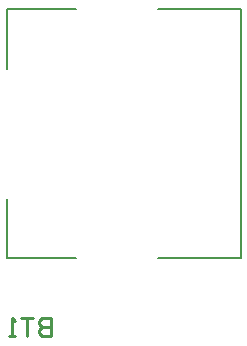
<source format=gbr>
G04*
G04 #@! TF.GenerationSoftware,Altium Limited,Altium Designer,24.0.1 (36)*
G04*
G04 Layer_Color=32896*
%FSLAX25Y25*%
%MOIN*%
G70*
G04*
G04 #@! TF.SameCoordinates,A2E01C4A-C41F-4235-85C4-DC12FCC8AE1E*
G04*
G04*
G04 #@! TF.FilePolarity,Positive*
G04*
G01*
G75*
%ADD10C,0.00500*%
%ADD15C,0.01000*%
D10*
X206189Y455035D02*
X229221D01*
X206189Y435153D02*
Y455035D01*
Y371965D02*
Y391846D01*
Y371965D02*
X229221D01*
X256780Y455035D02*
X284142D01*
Y371965D02*
Y455035D01*
X256780Y371965D02*
X284142D01*
D15*
X220998Y351999D02*
Y346001D01*
X217999D01*
X216999Y347001D01*
Y348000D01*
X217999Y349000D01*
X220998D01*
X217999D01*
X216999Y350000D01*
Y350999D01*
X217999Y351999D01*
X220998D01*
X215000D02*
X211001D01*
X213000D01*
Y346001D01*
X209002D02*
X207002D01*
X208002D01*
Y351999D01*
X209002Y350999D01*
M02*

</source>
